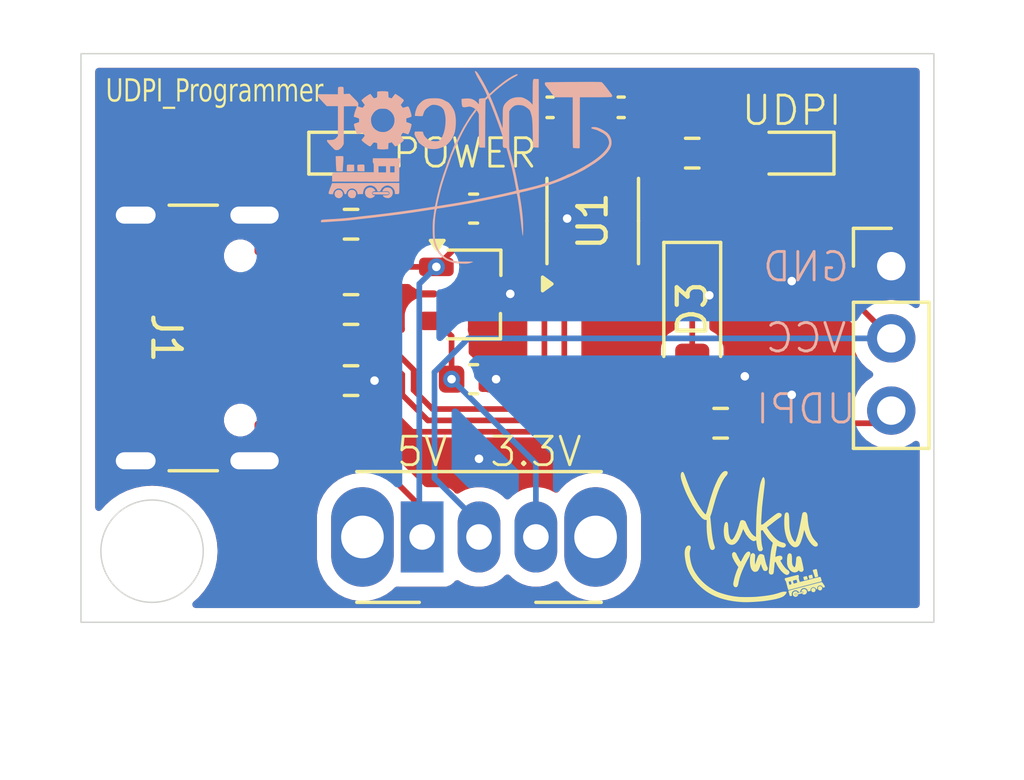
<source format=kicad_pcb>
(kicad_pcb (version 20240108) (generator "pcbnew") (generator_version "8.0")
  (layers (0 "F.Cu" signal) (31 "B.Cu" signal) (34 "B.Paste" user) (35 "F.Paste" user) (36 "B.SilkS" user "B.Silkscreen") (37 "F.SilkS" user "F.Silkscreen") (38 "B.Mask" user) (39 "F.Mask" user) (44 "Edge.Cuts" user))
  (net 0 "")
  (net 1 "GND")
  (net 2 "Net-(J1-CC1)")
  (net 3 "Net-(J1-CC2)")
  (net 4 "+5V")
  (net 5 "Net-(D1-A)")
  (net 6 "/TNOW")
  (net 7 "Net-(D2-A)")
  (net 8 "/UDPI")
  (net 9 "Net-(D3-A)")
  (net 10 "+3.3V")
  (net 11 "VCC")
  (net 12 "/D+")
  (net 14 "/D-")
  (net 16 "Net-(D3-K)")
  (net 17 "Net-(F1-Pad1)")
  (footprint "LED_SMD:LED_0603_1608Metric" (layer "F.Cu") (at 165 93.5 180)
    (property "Reference" "D2" (hide yes))
    (property "Value" "LED")
    (pad "1" smd roundrect (at -0.7875 0 180) (size 0.875 0.95) (layers "F.Cu" "F.Paste" "F.Mask") (net 1 "GND"))
    (pad "2" smd roundrect (at 0.7875 0 180) (size 0.875 0.95) (layers "F.Cu" "F.Paste" "F.Mask") (net 7 "Net-(D2-A)"))
  )
  (footprint "Package_SO:MSOP-10_3x3mm_P0.5mm" (layer "F.Cu") (at 158 95.8875 90)
    (property "Reference" "U1" (at 0 0 -90) (layer "F.SilkS"))
    (property "Value" "CH340E")
    (pad "1" smd roundrect (at -2.1125 -1 90) (size 1.625 0.35) (layers "F.Cu" "F.Paste" "F.Mask") (net 12 "/D+"))
    (pad "2" smd roundrect (at -2.1125 -0.5 90) (size 1.625 0.35) (layers "F.Cu" "F.Paste" "F.Mask") (net 14 "/D-"))
    (pad "3" smd roundrect (at -2.1125 0 90) (size 1.625 0.35) (layers "F.Cu" "F.Paste" "F.Mask") (net 1 "GND"))
    (pad "4" smd roundrect (at -2.1125 0.5 90) (size 1.625 0.35) (layers "F.Cu" "F.Paste" "F.Mask"))
    (pad "5" smd roundrect (at -2.1125 1 90) (size 1.625 0.35) (layers "F.Cu" "F.Paste" "F.Mask"))
    (pad "6" smd roundrect (at 2.1125 1 90) (size 1.625 0.35) (layers "F.Cu" "F.Paste" "F.Mask") (net 6 "/TNOW"))
    (pad "7" smd roundrect (at 2.1125 0.5 90) (size 1.625 0.35) (layers "F.Cu" "F.Paste" "F.Mask") (net 11 "VCC"))
    (pad "8" smd roundrect (at 2.1125 0 90) (size 1.625 0.35) (layers "F.Cu" "F.Paste" "F.Mask") (net 16 "Net-(D3-K)"))
    (pad "9" smd roundrect (at 2.1125 -0.5 90) (size 1.625 0.35) (layers "F.Cu" "F.Paste" "F.Mask") (net 9 "Net-(D3-A)"))
    (pad "10" smd roundrect (at 2.1125 -1 90) (size 1.625 0.35) (layers "F.Cu" "F.Paste" "F.Mask") (net 10 "+3.3V"))
  )
  (footprint "Fuse:Fuse_0402_1005Metric" (layer "F.Cu") (at 149.5 103 180)
    (property "Reference" "F1" (hide yes))
    (property "Value" "350mA")
    (pad "1" smd roundrect (at -0.485 0 180) (size 0.59 0.64) (layers "F.Cu" "F.Paste" "F.Mask") (net 17 "Net-(F1-Pad1)"))
    (pad "2" smd roundrect (at 0.485 0 180) (size 0.59 0.64) (layers "F.Cu" "F.Paste" "F.Mask") (net 4 "+5V"))
  )
  (footprint "Capacitor_SMD:C_0603_1608Metric" (layer "F.Cu") (at 153.81 101.45)
    (property "Reference" "C2" (hide yes))
    (property "Value" "1uF")
    (pad "1" smd roundrect (at -0.775 0) (size 0.9 0.95) (layers "F.Cu" "F.Paste" "F.Mask") (net 10 "+3.3V"))
    (pad "2" smd roundrect (at 0.775 0) (size 0.9 0.95) (layers "F.Cu" "F.Paste" "F.Mask") (net 1 "GND"))
  )
  (footprint "Resistor_SMD:R_0603_1608Metric" (layer "F.Cu") (at 149.5 99 180)
    (property "Reference" "R1" (hide yes))
    (property "Value" "5.1k")
    (pad "1" smd roundrect (at -0.825 0 180) (size 0.8 0.95) (layers "F.Cu" "F.Paste" "F.Mask") (net 1 "GND"))
    (pad "2" smd roundrect (at 0.825 0 180) (size 0.8 0.95) (layers "F.Cu" "F.Paste" "F.Mask") (net 2 "Net-(J1-CC1)"))
  )
  (footprint "Connector_PinHeader_2.54mm:PinHeader_1x03_P2.54mm_Vertical" (layer "F.Cu") (at 168.5 97.475)
    (property "Reference" "J2" (hide yes))
    (property "Value" "Conn_01x03")
    (pad "1" thru_hole rect (at 0 0) (size 1.7 1.7) (drill 1) (layers "*.Cu" "*.Mask") (net 1 "GND"))
    (pad "2" thru_hole oval (at 0 2.54) (size 1.7 1.7) (drill 1) (layers "*.Cu" "*.Mask") (net 11 "VCC"))
    (pad "3" thru_hole oval (at 0 5.08) (size 1.7 1.7) (drill 1) (layers "*.Cu" "*.Mask") (net 8 "/UDPI"))
  )
  (footprint "Capacitor_SMD:C_0402_1005Metric" (layer "F.Cu") (at 159 91.8875 180)
    (property "Reference" "C3" (hide yes))
    (property "Value" "0.1uF")
    (pad "1" smd roundrect (at -0.48 0 180) (size 0.56 0.62) (layers "F.Cu" "F.Paste" "F.Mask") (net 1 "GND"))
    (pad "2" smd roundrect (at 0.48 0 180) (size 0.56 0.62) (layers "F.Cu" "F.Paste" "F.Mask") (net 11 "VCC"))
  )
  (footprint "Connector_USB:USB_C_Receptacle_GCT_USB4105-xx-A_16P_TopMnt_Horizontal" (layer "F.Cu") (at 143 100 -90)
    (property "Reference" "J1" (at 0 0 -90) (layer "F.SilkS"))
    (property "Value" "USB_C_Receptacle_USB2.0_16P")
    (pad "" np_thru_hole circle (at -2.89 -2.605 270) (size 0.65 0.65) (drill 0.65) (layers "F&B.Cu" "*.Mask"))
    (pad "" np_thru_hole circle (at 2.89 -2.605 270) (size 0.65 0.65) (drill 0.65) (layers "F&B.Cu" "*.Mask"))
    (pad "A1" smd roundrect (at -3.2 -3.68 270) (size 0.6 1.15) (layers "F.Cu" "F.Paste" "F.Mask") (net 1 "GND"))
    (pad "A4" smd roundrect (at -2.4 -3.68 270) (size 0.6 1.15) (layers "F.Cu" "F.Paste" "F.Mask") (net 17 "Net-(F1-Pad1)"))
    (pad "A5" smd roundrect (at -1.25 -3.68 270) (size 0.3 1.15) (layers "F.Cu" "F.Paste" "F.Mask") (net 2 "Net-(J1-CC1)"))
    (pad "A6" smd roundrect (at -0.25 -3.68 270) (size 0.3 1.15) (layers "F.Cu" "F.Paste" "F.Mask") (net 12 "/D+"))
    (pad "A7" smd roundrect (at 0.25 -3.68 270) (size 0.3 1.15) (layers "F.Cu" "F.Paste" "F.Mask") (net 14 "/D-"))
    (pad "A8" smd roundrect (at 1.25 -3.68 270) (size 0.3 1.15) (layers "F.Cu" "F.Paste" "F.Mask"))
    (pad "A9" smd roundrect (at 2.4 -3.68 270) (size 0.6 1.15) (layers "F.Cu" "F.Paste" "F.Mask") (net 17 "Net-(F1-Pad1)"))
    (pad "A12" smd roundrect (at 3.2 -3.68 270) (size 0.6 1.15) (layers "F.Cu" "F.Paste" "F.Mask") (net 1 "GND"))
    (pad "B1" smd roundrect (at 3.2 -3.68 270) (size 0.6 1.15) (layers "F.Cu" "F.Paste" "F.Mask") (net 1 "GND"))
    (pad "B4" smd roundrect (at 2.4 -3.68 270) (size 0.6 1.15) (layers "F.Cu" "F.Paste" "F.Mask") (net 17 "Net-(F1-Pad1)"))
    (pad "B5" smd roundrect (at 1.75 -3.68 270) (size 0.3 1.15) (layers "F.Cu" "F.Paste" "F.Mask") (net 3 "Net-(J1-CC2)"))
    (pad "B6" smd roundrect (at 0.75 -3.68 270) (size 0.3 1.15) (layers "F.Cu" "F.Paste" "F.Mask") (net 12 "/D+"))
    (pad "B7" smd roundrect (at -0.75 -3.68 270) (size 0.3 1.15) (layers "F.Cu" "F.Paste" "F.Mask") (net 14 "/D-"))
    (pad "B8" smd roundrect (at -1.75 -3.68 270) (size 0.3 1.15) (layers "F.Cu" "F.Paste" "F.Mask"))
    (pad "B9" smd roundrect (at -2.4 -3.68 270) (size 0.6 1.15) (layers "F.Cu" "F.Paste" "F.Mask") (net 17 "Net-(F1-Pad1)"))
    (pad "B12" smd roundrect (at -3.2 -3.68 270) (size 0.6 1.15) (layers "F.Cu" "F.Paste" "F.Mask") (net 1 "GND"))
    (pad "S1" thru_hole oval (at -4.32 -3.105 270) (size 1 2.1) (drill oval 0.6 1.7) (layers "*.Cu" "*.Mask" "F.Paste") (net 1 "GND"))
    (pad "S1" thru_hole oval (at -4.32 1.075 270) (size 1 1.8) (drill oval 0.6 1.4) (layers "*.Cu" "*.Mask" "F.Paste") (net 1 "GND"))
    (pad "S1" thru_hole oval (at 4.32 -3.105 270) (size 1 2.1) (drill oval 0.6 1.7) (layers "*.Cu" "*.Mask" "F.Paste") (net 1 "GND"))
    (pad "S1" thru_hole oval (at 4.32 1.075 270) (size 1 1.8) (drill oval 0.6 1.4) (layers "*.Cu" "*.Mask" "F.Paste") (net 1 "GND"))
  )
  (footprint "LED_SMD:LED_0603_1608Metric" (layer "F.Cu") (at 149.5 93.5)
    (property "Reference" "D1" (hide yes))
    (property "Value" "LED")
    (pad "1" smd roundrect (at -0.7875 0) (size 0.875 0.95) (layers "F.Cu" "F.Paste" "F.Mask") (net 1 "GND"))
    (pad "2" smd roundrect (at 0.7875 0) (size 0.875 0.95) (layers "F.Cu" "F.Paste" "F.Mask") (net 5 "Net-(D1-A)"))
  )
  (footprint "Capacitor_SMD:C_0603_1608Metric" (layer "F.Cu") (at 153.81 95.45 180)
    (property "Reference" "C1" (hide yes))
    (property "Value" "1uF")
    (pad "1" smd roundrect (at -0.775 0 180) (size 0.9 0.95) (layers "F.Cu" "F.Paste" "F.Mask") (net 1 "GND"))
    (pad "2" smd roundrect (at 0.775 0 180) (size 0.9 0.95) (layers "F.Cu" "F.Paste" "F.Mask") (net 4 "+5V"))
  )
  (footprint "Resistor_SMD:R_0603_1608Metric" (layer "F.Cu") (at 149.5 101.5 180)
    (property "Reference" "R2" (hide yes))
    (property "Value" "5.1k")
    (pad "1" smd roundrect (at -0.825 0 180) (size 0.8 0.95) (layers "F.Cu" "F.Paste" "F.Mask") (net 1 "GND"))
    (pad "2" smd roundrect (at 0.825 0 180) (size 0.8 0.95) (layers "F.Cu" "F.Paste" "F.Mask") (net 3 "Net-(J1-CC2)"))
  )
  (footprint "Capacitor_SMD:C_0402_1005Metric" (layer "F.Cu") (at 156.5 91.8875 180)
    (property "Reference" "C4" (hide yes))
    (property "Value" "0.1uF")
    (pad "1" smd roundrect (at -0.48 0 180) (size 0.56 0.62) (layers "F.Cu" "F.Paste" "F.Mask") (net 10 "+3.3V"))
    (pad "2" smd roundrect (at 0.48 0 180) (size 0.56 0.62) (layers "F.Cu" "F.Paste" "F.Mask") (net 1 "GND"))
  )
  (footprint "Package_TO_SOT_SMD:TSOT-23" (layer "F.Cu") (at 153.81 98.45)
    (property "Reference" "IC1" (hide yes))
    (property "Value" "AP7333-33SAG-7")
    (pad "1" smd roundrect (at -1.31 -0.95) (size 1.22 0.65) (layers "F.Cu" "F.Paste" "F.Mask") (net 4 "+5V"))
    (pad "2" smd roundrect (at -1.31 0.95) (size 1.22 0.65) (layers "F.Cu" "F.Paste" "F.Mask") (net 10 "+3.3V"))
    (pad "3" smd roundrect (at 1.31 0) (size 1.22 0.65) (layers "F.Cu" "F.Paste" "F.Mask") (net 1 "GND"))
  )
  (footprint "Resistor_SMD:R_0603_1608Metric" (layer "F.Cu") (at 149.5 96)
    (property "Reference" "R3" (hide yes))
    (property "Value" "1k")
    (pad "1" smd roundrect (at -0.825 0) (size 0.8 0.95) (layers "F.Cu" "F.Paste" "F.Mask") (net 4 "+5V"))
    (pad "2" smd roundrect (at 0.825 0) (size 0.8 0.95) (layers "F.Cu" "F.Paste" "F.Mask") (net 5 "Net-(D1-A)"))
  )
  (footprint "Resistor_SMD:R_0603_1608Metric" (layer "F.Cu") (at 161.5 93.5)
    (property "Reference" "R4" (hide yes))
    (property "Value" "1k")
    (pad "1" smd roundrect (at -0.825 0) (size 0.8 0.95) (layers "F.Cu" "F.Paste" "F.Mask") (net 6 "/TNOW"))
    (pad "2" smd roundrect (at 0.825 0) (size 0.8 0.95) (layers "F.Cu" "F.Paste" "F.Mask") (net 7 "Net-(D2-A)"))
  )
  (footprint "Resistor_SMD:R_0603_1608Metric" (layer "F.Cu") (at 162.5 103)
    (property "Reference" "R5" (hide yes))
    (property "Value" "470R")
    (pad "1" smd roundrect (at -0.825 0) (size 0.8 0.95) (layers "F.Cu" "F.Paste" "F.Mask") (net 9 "Net-(D3-A)"))
    (pad "2" smd roundrect (at 0.825 0) (size 0.8 0.95) (layers "F.Cu" "F.Paste" "F.Mask") (net 8 "/UDPI"))
  )
  (footprint "Button_Switch_THT:SW_Slide_SPDT_Angled_CK_OS102011MA1Q" (layer "F.Cu") (at 152 107)
    (property "Reference" "SW1" (hide yes))
    (property "Value" "SW_SPDT")
    (pad "" thru_hole oval (at -2.1 0) (size 2.2 3.5) (drill 1.5) (layers "*.Cu" "*.Mask"))
    (pad "" thru_hole oval (at 6.1 0) (size 2.2 3.5) (drill 1.5) (layers "*.Cu" "*.Mask"))
    (pad "1" thru_hole rect (at 0 0) (size 1.5 2.5) (drill 0.9) (layers "*.Cu" "*.Mask") (net 4 "+5V"))
    (pad "2" thru_hole oval (at 2 0) (size 1.5 2.5) (drill 0.9) (layers "*.Cu" "*.Mask") (net 11 "VCC"))
    (pad "3" thru_hole oval (at 4 0) (size 1.5 2.5) (drill 0.9) (layers "*.Cu" "*.Mask") (net 10 "+3.3V"))
  )
  (footprint "Diode_SMD:D_SOD-123" (layer "F.Cu") (at 161.5 99 -90)
    (property "Reference" "D3" (at 0 0 90) (layer "F.SilkS"))
    (property "Value" "1N4148")
    (pad "1" smd roundrect (at -1.65 0 270) (size 0.9 1.2) (layers "F.Cu" "F.Paste" "F.Mask") (net 16 "Net-(D3-K)"))
    (pad "2" smd roundrect (at 1.65 0 270) (size 0.9 1.2) (layers "F.Cu" "F.Paste" "F.Mask") (net 9 "Net-(D3-A)"))
  )
  (footprint "Logo:Yukuyuku" (layer "F.Cu") (at 163.45 106.5)
    (property "Reference" "G***" (hide yes))
    (property "Value" "LOGO" (hide yes))
  )
  (footprint "Logo:Thrcot-Mini" (layer "B.Cu") (at 153.430218 92.063539 180)
    (property "Reference" "G***" (hide yes))
    (property "Value" "LOGO" (hide yes))
  )
  (gr_rect (start 140 90) (end 170 110) (stroke (width 0.05)) (fill none) (layer "Edge.Cuts"))
  (gr_circle (center 142.5 107.5) (end 144.3 107.5) (stroke (width 0.05)) (fill none) (layer "Edge.Cuts"))
  (gr_text "GND" (at 165.5 97.5 -0) (layer "B.SilkS") (effects (font (size 1 1) (thickness 0.1)) (justify mirror)))
  (gr_text "UDPI" (at 165.5 102.5 -0) (layer "B.SilkS") (effects (font (size 1 1) (thickness 0.1)) (justify mirror)))
  (gr_text "VCC" (at 165.5 100 -0) (layer "B.SilkS") (effects (font (size 1 1) (thickness 0.1)) (justify mirror)))
  (gr_text "UDPI_Programmer" (at 144.7 91.35 0) (layer "F.SilkS") (effects (font (size 0.8 0.6) (thickness 0.1))))
  (gr_text "UDPI" (at 165 92 0) (layer "F.SilkS") (effects (font (size 1 1) (thickness 0.1))))
  (gr_text "5V" (at 152 104 0) (layer "F.SilkS") (effects (font (size 1 1) (thickness 0.1))))
  (gr_text "POWER" (at 153.5 93.5 0) (layer "F.SilkS") (effects (font (size 1 1) (thickness 0.1))))
  (gr_text "3.3V" (at 156 104 0) (layer "F.SilkS") (effects (font (size 1 1) (thickness 0.1))))
  (segment (start 146.5325 95.68) (end 146.105 95.68) (width 0.2) (layer "F.Cu") (net 1))
  (segment (start 146.105 104.32) (end 145.855 104.32) (width 0.2) (layer "F.Cu") (net 1))
  (segment (start 154.585 98.985) (end 155.1 98.47) (width 0.2) (layer "F.Cu") (net 1))
  (segment (start 158.87 91.2775) (end 159.48 91.8875) (width 0.2) (layer "F.Cu") (net 1))
  (segment (start 150.325 91.8875) (end 156.02 91.8875) (width 0.2) (layer "F.Cu") (net 1))
  (segment (start 155.12 98.45) (end 155.12 97.951383) (width 0.2) (layer "F.Cu") (net 1))
  (segment (start 158 97.071382) (end 158 98) (width 0.2) (layer "F.Cu") (net 1))
  (segment (start 156.02 91.8875) (end 156.02 94.015) (width 0.2) (layer "F.Cu") (net 1))
  (segment (start 156.02 94.015) (end 154.585 95.45) (width 0.2) (layer "F.Cu") (net 1))
  (segment (start 156.63 91.2775) (end 158.87 91.2775) (width 0.2) (layer "F.Cu") (net 1))
  (segment (start 148.7125 93.5) (end 146.5325 95.68) (width 0.2) (layer "F.Cu") (net 1))
  (segment (start 158 101.665686) (end 158 98) (width 0.2) (layer "F.Cu") (net 1))
  (segment (start 141.925 95.68) (end 146.105 95.68) (width 0.2) (layer "F.Cu") (net 1))
  (segment (start 146.105 104.32) (end 146.105 103.775) (width 0.2) (layer "F.Cu") (net 1))
  (segment (start 154.6 101.45) (end 154.585 98.985) (width 0.2) (layer "F.Cu") (net 1))
  (segment (start 146.105 96.225) (end 146.68 96.8) (width 0.2) (layer "F.Cu") (net 1))
  (segment (start 146.105 103.775) (end 146.68 103.2) (width 0.2) (layer "F.Cu") (net 1))
  (segment (start 156.02 91.8875) (end 156.63 91.2775) (width 0.2) (layer "F.Cu") (net 1))
  (segment (start 146.105 104.32) (end 141.925 104.32) (width 0.2) (layer "F.Cu") (net 1))
  (segment (start 144.93 103.395) (end 144.93 96.67) (width 0.2) (layer "F.Cu") (net 1))
  (segment (start 155.1 98.47) (end 155.1 98.45) (width 0.2) (layer "F.Cu") (net 1))
  (segment (start 155.12 97.951383) (end 156.583883 96.4875) (width 0.2) (layer "F.Cu") (net 1))
  (segment (start 151.65 103.3) (end 156.365686 103.3) (width 0.2) (layer "F.Cu") (net 1))
  (segment (start 145.855 104.32) (end 144.93 103.395) (width 0.2) (layer "F.Cu") (net 1))
  (segment (start 146.105 95.68) (end 146.105 96.225) (width 0.2) (layer "F.Cu") (net 1))
  (segment (start 165.7875 93.025001) (end 164.649999 91.8875) (width 0.2) (layer "F.Cu") (net 1))
  (segment (start 146.68 96.8) (end 148.125 96.8) (width 0.2) (layer "F.Cu") (net 1))
  (segment (start 150.325 101.975) (end 151.65 103.3) (width 0.2) (layer "F.Cu") (net 1))
  (segment (start 164.649999 91.8875) (end 159.48 91.8875) (width 0.2) (layer "F.Cu") (net 1))
  (segment (start 148.7125 93.5) (end 150.325 91.8875) (width 0.2) (layer "F.Cu") (net 1))
  (segment (start 144.93 96.67) (end 145.92 95.68) (width 0.2) (layer "F.Cu") (net 1))
  (segment (start 150.325 101.5) (end 150.325 101.975) (width 0.2) (layer "F.Cu") (net 1))
  (segment (start 165.7875 93.5) (end 165.7875 93.025001) (width 0.2) (layer "F.Cu") (net 1))
  (segment (start 154.585 101.45) (end 154.6 101.45) (width 0.2) (layer "F.Cu") (net 1))
  (segment (start 155.1 98.45) (end 155.12 98.45) (width 0.2) (layer "F.Cu") (net 1))
  (segment (start 156.583883 96.4875) (end 157.416118 96.4875) (width 0.2) (layer "F.Cu") (net 1))
  (segment (start 168.5 96.2125) (end 165.7875 93.5) (width 0.2) (layer "F.Cu") (net 1))
  (segment (start 168.5 97.475) (end 168.5 96.2125) (width 0.2) (layer "F.Cu") (net 1))
  (segment (start 155.12 98.45) (end 155.12 98.45) (width 0.2) (layer "F.Cu") (net 1))
  (segment (start 157.416118 96.4875) (end 158 97.071382) (width 0.2) (layer "F.Cu") (net 1))
  (segment (start 145.92 95.68) (end 146.105 95.68) (width 0.2) (layer "F.Cu") (net 1))
  (segment (start 156.365686 103.3) (end 158 101.665686) (width 0.2) (layer "F.Cu") (net 1))
  (segment (start 148.125 96.8) (end 150.325 99) (width 0.2) (layer "F.Cu") (net 1))
  (via (at 165 102) (size 0.6) (drill 0.3) (layers "F.Cu" "B.Cu") (net 1))
  (via (at 155.1 98.45) (size 0.6) (drill 0.3) (layers "F.Cu" "B.Cu") (net 1))
  (via (at 157.1 95.8) (size 0.6) (drill 0.3) (layers "F.Cu" "B.Cu") (net 1))
  (via (at 165 98) (size 0.6) (drill 0.3) (layers "F.Cu" "B.Cu") (net 1))
  (via (at 154 104.25) (size 0.6) (drill 0.3) (layers "F.Cu" "B.Cu") (net 1))
  (via (at 162.1 98.5) (size 0.6) (drill 0.3) (layers "F.Cu" "B.Cu") (net 1))
  (via (at 150.325 101.5) (size 0.6) (drill 0.3) (layers "F.Cu" "B.Cu") (net 1))
  (via (at 163.35 101.35) (size 0.6) (drill 0.3) (layers "F.Cu" "B.Cu") (net 1))
  (via (at 154.6 101.45) (size 0.6) (drill 0.3) (layers "F.Cu" "B.Cu") (net 1))
  (segment (start 150.325 101.5) (end 148.925 101.5) (width 0.2) (layer "B.Cu") (net 1))
  (segment (start 148.925 101.5) (end 146.105 104.32) (width 0.2) (layer "B.Cu") (net 1))
  (segment (start 148.425 98.75) (end 146.68 98.75) (width 0.2) (layer "F.Cu") (net 2))
  (segment (start 148.675 99) (end 148.425 98.75) (width 0.2) (layer "F.Cu") (net 2))
  (segment (start 146.68 101.75) (end 148.425 101.75) (width 0.2) (layer "F.Cu") (net 3))
  (segment (start 148.425 101.75) (end 148.675 101.5) (width 0.2) (layer "F.Cu") (net 3))
  (segment (start 150.175 97.5) (end 148.675 96) (width 0.2) (layer "F.Cu") (net 4))
  (segment (start 152 105.985) (end 152 107) (width 0.2) (layer "F.Cu") (net 4))
  (segment (start 153.035 96.965) (end 153.035 95.45) (width 0.2) (layer "F.Cu") (net 4))
  (segment (start 152.5 97.5) (end 153.035 96.965) (width 0.2) (layer "F.Cu") (net 4))
  (segment (start 152.5 97.5) (end 150.175 97.5) (width 0.2) (layer "F.Cu") (net 4))
  (segment (start 149.015 103) (end 152 105.985) (width 0.2) (layer "F.Cu") (net 4))
  (via (at 152.5 97.5) (size 0.6) (drill 0.3) (layers "F.Cu" "B.Cu") (net 4))
  (segment (start 152 107) (end 151.9 106.9) (width 0.2) (layer "B.Cu") (net 4))
  (segment (start 151.9 98.1) (end 152.5 97.5) (width 0.2) (layer "B.Cu") (net 4))
  (segment (start 151.9 106.9) (end 151.9 98.1) (width 0.2) (layer "B.Cu") (net 4))
  (segment (start 150.325 96) (end 150.325 93.5375) (width 0.2) (layer "F.Cu") (net 5))
  (segment (start 150.325 93.5375) (end 150.2875 93.5) (width 0.2) (layer "F.Cu") (net 5))
  (segment (start 160.675 93.5) (end 159.275 93.5) (width 0.2) (layer "F.Cu") (net 6))
  (segment (start 159.275 93.5) (end 159 93.775) (width 0.2) (layer "F.Cu") (net 6))
  (segment (start 162.325 93.5) (end 164.2125 93.5) (width 0.2) (layer "F.Cu") (net 7))
  (segment (start 168.055 103) (end 168.5 102.555) (width 0.2) (layer "F.Cu") (net 8))
  (segment (start 163.325 103) (end 168.055 103) (width 0.2) (layer "F.Cu") (net 8))
  (segment (start 157.5 93.775) (end 157.5 95.137068) (width 0.2) (layer "F.Cu") (net 9))
  (segment (start 161.5 99.137068) (end 161.5 100.65) (width 0.2) (layer "F.Cu") (net 9))
  (segment (start 157.5 95.137068) (end 161.5 99.137068) (width 0.2) (layer "F.Cu") (net 9))
  (segment (start 161.5 100.65) (end 161.5 102.825) (width 0.2) (layer "F.Cu") (net 9))
  (segment (start 161.5 102.825) (end 161.675 103) (width 0.2) (layer "F.Cu") (net 9))
  (segment (start 153.035 99.935) (end 152.5 99.4) (width 0.2) (layer "F.Cu") (net 10))
  (segment (start 153.035 101.45) (end 153.035 99.935) (width 0.2) (layer "F.Cu") (net 10))
  (segment (start 157 94.9) (end 157 93.775) (width 0.2) (layer "F.Cu") (net 10))
  (segment (start 156.98 91.8875) (end 156.98 93.755) (width 0.2) (layer "F.Cu") (net 10))
  (segment (start 156.98 93.755) (end 157 93.775) (width 0.2) (layer "F.Cu") (net 10))
  (segment (start 152.5 99.4) (end 157 94.9) (width 0.2) (layer "F.Cu") (net 10))
  (via (at 153.035 101.45) (size 0.6) (drill 0.3) (layers "F.Cu" "B.Cu") (net 10))
  (segment (start 156 104.415) (end 153.035 101.45) (width 0.2) (layer "B.Cu") (net 10))
  (segment (start 156 107) (end 156 104.415) (width 0.2) (layer "B.Cu") (net 10))
  (segment (start 158.52 91.8875) (end 158.52 93.755) (width 0.2) (layer "F.Cu") (net 11))
  (segment (start 158.5 93.775) (end 158.5 94.637932) (width 0.2) (layer "F.Cu") (net 11))
  (segment (start 165.085 96.6) (end 168.5 100.015) (width 0.2) (layer "F.Cu") (net 11))
  (segment (start 158.52 93.755) (end 158.5 93.775) (width 0.2) (layer "F.Cu") (net 11))
  (segment (start 160.462068 96.6) (end 165.085 96.6) (width 0.2) (layer "F.Cu") (net 11))
  (segment (start 158.5 94.637932) (end 160.462068 96.6) (width 0.2) (layer "F.Cu") (net 11))
  (segment (start 154 107) (end 154 106.5) (width 0.2) (layer "B.Cu") (net 11))
  (segment (start 154 106.5) (end 152.435 104.935) (width 0.2) (layer "B.Cu") (net 11))
  (segment (start 152.435 104.935) (end 152.435 101.201471) (width 0.2) (layer "B.Cu") (net 11))
  (segment (start 153.621471 100.015) (end 168.5 100.015) (width 0.2) (layer "B.Cu") (net 11))
  (segment (start 152.435 101.201471) (end 153.621471 100.015) (width 0.2) (layer "B.Cu") (net 11))
  (segment (start 146.68 100.75) (end 146.705 100.725) (width 0.2) (layer "F.Cu") (net 12))
  (segment (start 150.737648 100.725) (end 151.3 101.287352) (width 0.2) (layer "F.Cu") (net 12))
  (segment (start 151.3 102) (end 152.2 102.9) (width 0.2) (layer "F.Cu") (net 12))
  (segment (start 146.68 100.75) (end 146.07259 100.75) (width 0.2) (layer "F.Cu") (net 12))
  (segment (start 146.07259 100.75) (end 145.805 100.48241) (width 0.2) (layer "F.Cu") (net 12))
  (segment (start 146.705 100.725) (end 150.737648 100.725) (width 0.2) (layer "F.Cu") (net 12))
  (segment (start 152.2 102.9) (end 156.2 102.9) (width 0.2) (layer "F.Cu") (net 12))
  (segment (start 157 102.1) (end 157 98) (width 0.2) (layer "F.Cu") (net 12))
  (segment (start 156.2 102.9) (end 157 102.1) (width 0.2) (layer "F.Cu") (net 12))
  (segment (start 151.3 101.287352) (end 151.3 102) (width 0.2) (layer "F.Cu") (net 12))
  (segment (start 145.805 100.48241) (end 145.805 100.01759) (width 0.2) (layer "F.Cu") (net 12))
  (segment (start 145.805 100.01759) (end 146.07259 99.75) (width 0.2) (layer "F.Cu") (net 12))
  (segment (start 146.07259 99.75) (end 146.68 99.75) (width 0.2) (layer "F.Cu") (net 12))
  (segment (start 147.28741 100.25) (end 146.68 100.25) (width 0.2) (layer "F.Cu") (net 14))
  (segment (start 150.903334 100.325) (end 151.7 101.121667) (width 0.2) (layer "F.Cu") (net 14))
  (segment (start 157.5 97.137068) (end 157.5 98) (width 0.2) (layer "F.Cu") (net 14))
  (segment (start 152.365686 102.5) (end 156.034314 102.5) (width 0.2) (layer "F.Cu") (net 14))
  (segment (start 147.555 99.98241) (end 147.28741 100.25) (width 0.2) (layer "F.Cu") (net 14))
  (segment (start 156.749568 96.8875) (end 157.250432 96.8875) (width 0.2) (layer "F.Cu") (net 14))
  (segment (start 157.250432 96.8875) (end 157.5 97.137068) (width 0.2) (layer "F.Cu") (net 14))
  (segment (start 147.89759 100.325) (end 150.903334 100.325) (width 0.2) (layer "F.Cu") (net 14))
  (segment (start 147.28741 99.25) (end 147.555 99.51759) (width 0.2) (layer "F.Cu") (net 14))
  (segment (start 156.034314 102.5) (end 156.3 102.234314) (width 0.2) (layer "F.Cu") (net 14))
  (segment (start 147.555 99.51759) (end 147.555 99.98241) (width 0.2) (layer "F.Cu") (net 14))
  (segment (start 147.555 99.98241) (end 147.89759 100.325) (width 0.2) (layer "F.Cu") (net 14))
  (segment (start 151.7 101.121667) (end 151.7 101.834314) (width 0.2) (layer "F.Cu") (net 14))
  (segment (start 151.7 101.834314) (end 152.365686 102.5) (width 0.2) (layer "F.Cu") (net 14))
  (segment (start 146.68 99.25) (end 147.28741 99.25) (width 0.2) (layer "F.Cu") (net 14))
  (segment (start 156.3 97.337068) (end 156.749568 96.8875) (width 0.2) (layer "F.Cu") (net 14))
  (segment (start 156.3 102.234314) (end 156.3 97.337068) (width 0.2) (layer "F.Cu") (net 14))
  (segment (start 160.646382 97.35) (end 158 94.703618) (width 0.2) (layer "F.Cu") (net 16))
  (segment (start 158 94.703618) (end 158 93.775) (width 0.2) (layer "F.Cu") (net 16))
  (segment (start 161.5 97.35) (end 160.646382 97.35) (width 0.2) (layer "F.Cu") (net 16))
  (segment (start 149.365 102.38) (end 149.985 103) (width 0.2) (layer "F.Cu") (net 17))
  (segment (start 146.7 102.38) (end 149.365 102.38) (width 0.2) (layer "F.Cu") (net 17))
  (segment (start 146.68 102.4) (end 146.7 102.38) (width 0.2) (layer "F.Cu") (net 17))
  (zone (net 1) (net_name "GND") (layers "F&B.Cu") (connect_pads yes (clearance 0.5)) (min_thickness 0.25) (fill yes (thermal_gap 0.5) (thermal_bridge_width 0.5))
    (polygon (pts (xy 140 90) (xy 140 110) (xy 170 110) (xy 170 90)))
  )
)
</source>
